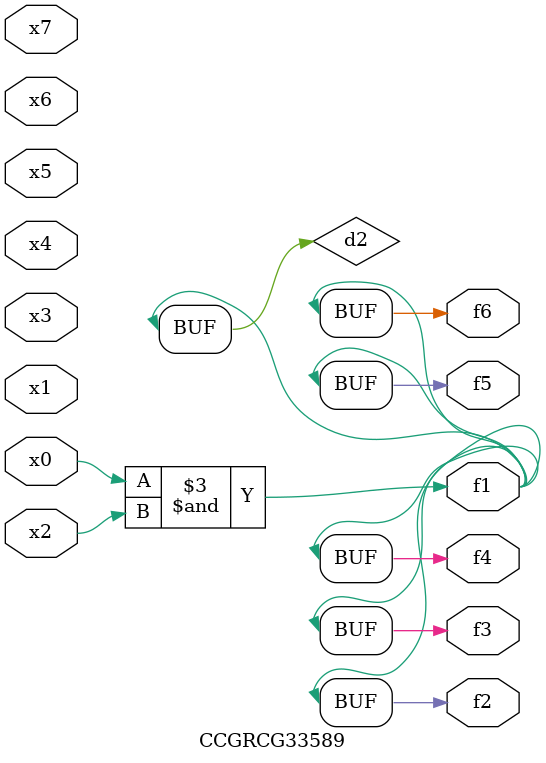
<source format=v>
module CCGRCG33589(
	input x0, x1, x2, x3, x4, x5, x6, x7,
	output f1, f2, f3, f4, f5, f6
);

	wire d1, d2;

	nor (d1, x3, x6);
	and (d2, x0, x2);
	assign f1 = d2;
	assign f2 = d2;
	assign f3 = d2;
	assign f4 = d2;
	assign f5 = d2;
	assign f6 = d2;
endmodule

</source>
